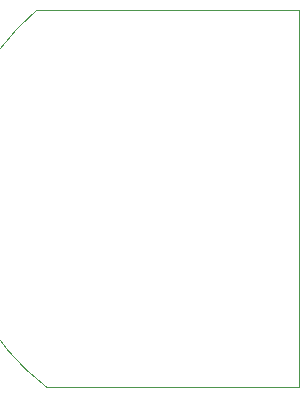
<source format=gm1>
G04 #@! TF.GenerationSoftware,KiCad,Pcbnew,5.1.0*
G04 #@! TF.CreationDate,2019-04-07T16:46:14+09:00*
G04 #@! TF.ProjectId,micro_cmos_guy,6d696372-6f5f-4636-9d6f-735f6775792e,rev?*
G04 #@! TF.SameCoordinates,Original*
G04 #@! TF.FileFunction,Profile,NP*
%FSLAX46Y46*%
G04 Gerber Fmt 4.6, Leading zero omitted, Abs format (unit mm)*
G04 Created by KiCad (PCBNEW 5.1.0) date 2019-04-07 16:46:14*
%MOMM*%
%LPD*%
G04 APERTURE LIST*
%ADD10C,0.050000*%
G04 APERTURE END LIST*
D10*
X132200000Y-116100000D02*
X132200000Y-116950000D01*
X132200000Y-85000000D02*
X132200000Y-116100000D01*
X132150000Y-85000000D02*
X132200000Y-85000000D01*
X123450000Y-116950000D02*
X132200000Y-116950000D01*
X110850000Y-116942835D02*
X123450000Y-116950000D01*
X132150000Y-85000000D02*
X131300000Y-85000000D01*
X110044572Y-85000000D02*
X131300000Y-85000000D01*
X110850000Y-116942836D02*
G75*
G02X110044572Y-85000000I12344571J16292837D01*
G01*
M02*

</source>
